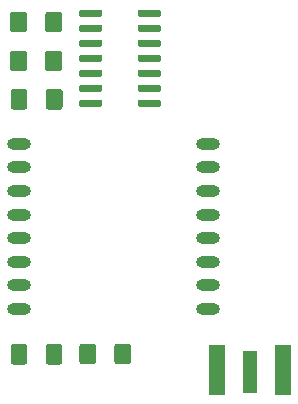
<source format=gbr>
G04 #@! TF.GenerationSoftware,KiCad,Pcbnew,5.1.5*
G04 #@! TF.CreationDate,2020-01-23T21:18:07+01:00*
G04 #@! TF.ProjectId,LORA_ATTINY84,4c4f5241-5f41-4545-9449-4e5938342e6b,rev?*
G04 #@! TF.SameCoordinates,Original*
G04 #@! TF.FileFunction,Paste,Top*
G04 #@! TF.FilePolarity,Positive*
%FSLAX46Y46*%
G04 Gerber Fmt 4.6, Leading zero omitted, Abs format (unit mm)*
G04 Created by KiCad (PCBNEW 5.1.5) date 2020-01-23 21:18:07*
%MOMM*%
%LPD*%
G04 APERTURE LIST*
%ADD10R,1.270000X3.600000*%
%ADD11R,1.350000X4.200000*%
%ADD12C,0.100000*%
%ADD13O,2.000000X1.000000*%
G04 APERTURE END LIST*
D10*
X88087200Y-77593800D03*
D11*
X90912200Y-77393800D03*
X85262200Y-77393800D03*
D12*
G36*
X71991204Y-75224604D02*
G01*
X72015473Y-75228204D01*
X72039271Y-75234165D01*
X72062371Y-75242430D01*
X72084549Y-75252920D01*
X72105593Y-75265533D01*
X72125298Y-75280147D01*
X72143477Y-75296623D01*
X72159953Y-75314802D01*
X72174567Y-75334507D01*
X72187180Y-75355551D01*
X72197670Y-75377729D01*
X72205935Y-75400829D01*
X72211896Y-75424627D01*
X72215496Y-75448896D01*
X72216700Y-75473400D01*
X72216700Y-76723400D01*
X72215496Y-76747904D01*
X72211896Y-76772173D01*
X72205935Y-76795971D01*
X72197670Y-76819071D01*
X72187180Y-76841249D01*
X72174567Y-76862293D01*
X72159953Y-76881998D01*
X72143477Y-76900177D01*
X72125298Y-76916653D01*
X72105593Y-76931267D01*
X72084549Y-76943880D01*
X72062371Y-76954370D01*
X72039271Y-76962635D01*
X72015473Y-76968596D01*
X71991204Y-76972196D01*
X71966700Y-76973400D01*
X71041700Y-76973400D01*
X71017196Y-76972196D01*
X70992927Y-76968596D01*
X70969129Y-76962635D01*
X70946029Y-76954370D01*
X70923851Y-76943880D01*
X70902807Y-76931267D01*
X70883102Y-76916653D01*
X70864923Y-76900177D01*
X70848447Y-76881998D01*
X70833833Y-76862293D01*
X70821220Y-76841249D01*
X70810730Y-76819071D01*
X70802465Y-76795971D01*
X70796504Y-76772173D01*
X70792904Y-76747904D01*
X70791700Y-76723400D01*
X70791700Y-75473400D01*
X70792904Y-75448896D01*
X70796504Y-75424627D01*
X70802465Y-75400829D01*
X70810730Y-75377729D01*
X70821220Y-75355551D01*
X70833833Y-75334507D01*
X70848447Y-75314802D01*
X70864923Y-75296623D01*
X70883102Y-75280147D01*
X70902807Y-75265533D01*
X70923851Y-75252920D01*
X70946029Y-75242430D01*
X70969129Y-75234165D01*
X70992927Y-75228204D01*
X71017196Y-75224604D01*
X71041700Y-75223400D01*
X71966700Y-75223400D01*
X71991204Y-75224604D01*
G37*
G36*
X69016204Y-75224604D02*
G01*
X69040473Y-75228204D01*
X69064271Y-75234165D01*
X69087371Y-75242430D01*
X69109549Y-75252920D01*
X69130593Y-75265533D01*
X69150298Y-75280147D01*
X69168477Y-75296623D01*
X69184953Y-75314802D01*
X69199567Y-75334507D01*
X69212180Y-75355551D01*
X69222670Y-75377729D01*
X69230935Y-75400829D01*
X69236896Y-75424627D01*
X69240496Y-75448896D01*
X69241700Y-75473400D01*
X69241700Y-76723400D01*
X69240496Y-76747904D01*
X69236896Y-76772173D01*
X69230935Y-76795971D01*
X69222670Y-76819071D01*
X69212180Y-76841249D01*
X69199567Y-76862293D01*
X69184953Y-76881998D01*
X69168477Y-76900177D01*
X69150298Y-76916653D01*
X69130593Y-76931267D01*
X69109549Y-76943880D01*
X69087371Y-76954370D01*
X69064271Y-76962635D01*
X69040473Y-76968596D01*
X69016204Y-76972196D01*
X68991700Y-76973400D01*
X68066700Y-76973400D01*
X68042196Y-76972196D01*
X68017927Y-76968596D01*
X67994129Y-76962635D01*
X67971029Y-76954370D01*
X67948851Y-76943880D01*
X67927807Y-76931267D01*
X67908102Y-76916653D01*
X67889923Y-76900177D01*
X67873447Y-76881998D01*
X67858833Y-76862293D01*
X67846220Y-76841249D01*
X67835730Y-76819071D01*
X67827465Y-76795971D01*
X67821504Y-76772173D01*
X67817904Y-76747904D01*
X67816700Y-76723400D01*
X67816700Y-75473400D01*
X67817904Y-75448896D01*
X67821504Y-75424627D01*
X67827465Y-75400829D01*
X67835730Y-75377729D01*
X67846220Y-75355551D01*
X67858833Y-75334507D01*
X67873447Y-75314802D01*
X67889923Y-75296623D01*
X67908102Y-75280147D01*
X67927807Y-75265533D01*
X67948851Y-75252920D01*
X67971029Y-75242430D01*
X67994129Y-75234165D01*
X68017927Y-75228204D01*
X68042196Y-75224604D01*
X68066700Y-75223400D01*
X68991700Y-75223400D01*
X69016204Y-75224604D01*
G37*
G36*
X74843904Y-75199204D02*
G01*
X74868173Y-75202804D01*
X74891971Y-75208765D01*
X74915071Y-75217030D01*
X74937249Y-75227520D01*
X74958293Y-75240133D01*
X74977998Y-75254747D01*
X74996177Y-75271223D01*
X75012653Y-75289402D01*
X75027267Y-75309107D01*
X75039880Y-75330151D01*
X75050370Y-75352329D01*
X75058635Y-75375429D01*
X75064596Y-75399227D01*
X75068196Y-75423496D01*
X75069400Y-75448000D01*
X75069400Y-76698000D01*
X75068196Y-76722504D01*
X75064596Y-76746773D01*
X75058635Y-76770571D01*
X75050370Y-76793671D01*
X75039880Y-76815849D01*
X75027267Y-76836893D01*
X75012653Y-76856598D01*
X74996177Y-76874777D01*
X74977998Y-76891253D01*
X74958293Y-76905867D01*
X74937249Y-76918480D01*
X74915071Y-76928970D01*
X74891971Y-76937235D01*
X74868173Y-76943196D01*
X74843904Y-76946796D01*
X74819400Y-76948000D01*
X73894400Y-76948000D01*
X73869896Y-76946796D01*
X73845627Y-76943196D01*
X73821829Y-76937235D01*
X73798729Y-76928970D01*
X73776551Y-76918480D01*
X73755507Y-76905867D01*
X73735802Y-76891253D01*
X73717623Y-76874777D01*
X73701147Y-76856598D01*
X73686533Y-76836893D01*
X73673920Y-76815849D01*
X73663430Y-76793671D01*
X73655165Y-76770571D01*
X73649204Y-76746773D01*
X73645604Y-76722504D01*
X73644400Y-76698000D01*
X73644400Y-75448000D01*
X73645604Y-75423496D01*
X73649204Y-75399227D01*
X73655165Y-75375429D01*
X73663430Y-75352329D01*
X73673920Y-75330151D01*
X73686533Y-75309107D01*
X73701147Y-75289402D01*
X73717623Y-75271223D01*
X73735802Y-75254747D01*
X73755507Y-75240133D01*
X73776551Y-75227520D01*
X73798729Y-75217030D01*
X73821829Y-75208765D01*
X73845627Y-75202804D01*
X73869896Y-75199204D01*
X73894400Y-75198000D01*
X74819400Y-75198000D01*
X74843904Y-75199204D01*
G37*
G36*
X77818904Y-75199204D02*
G01*
X77843173Y-75202804D01*
X77866971Y-75208765D01*
X77890071Y-75217030D01*
X77912249Y-75227520D01*
X77933293Y-75240133D01*
X77952998Y-75254747D01*
X77971177Y-75271223D01*
X77987653Y-75289402D01*
X78002267Y-75309107D01*
X78014880Y-75330151D01*
X78025370Y-75352329D01*
X78033635Y-75375429D01*
X78039596Y-75399227D01*
X78043196Y-75423496D01*
X78044400Y-75448000D01*
X78044400Y-76698000D01*
X78043196Y-76722504D01*
X78039596Y-76746773D01*
X78033635Y-76770571D01*
X78025370Y-76793671D01*
X78014880Y-76815849D01*
X78002267Y-76836893D01*
X77987653Y-76856598D01*
X77971177Y-76874777D01*
X77952998Y-76891253D01*
X77933293Y-76905867D01*
X77912249Y-76918480D01*
X77890071Y-76928970D01*
X77866971Y-76937235D01*
X77843173Y-76943196D01*
X77818904Y-76946796D01*
X77794400Y-76948000D01*
X76869400Y-76948000D01*
X76844896Y-76946796D01*
X76820627Y-76943196D01*
X76796829Y-76937235D01*
X76773729Y-76928970D01*
X76751551Y-76918480D01*
X76730507Y-76905867D01*
X76710802Y-76891253D01*
X76692623Y-76874777D01*
X76676147Y-76856598D01*
X76661533Y-76836893D01*
X76648920Y-76815849D01*
X76638430Y-76793671D01*
X76630165Y-76770571D01*
X76624204Y-76746773D01*
X76620604Y-76722504D01*
X76619400Y-76698000D01*
X76619400Y-75448000D01*
X76620604Y-75423496D01*
X76624204Y-75399227D01*
X76630165Y-75375429D01*
X76638430Y-75352329D01*
X76648920Y-75330151D01*
X76661533Y-75309107D01*
X76676147Y-75289402D01*
X76692623Y-75271223D01*
X76710802Y-75254747D01*
X76730507Y-75240133D01*
X76751551Y-75227520D01*
X76773729Y-75217030D01*
X76796829Y-75208765D01*
X76820627Y-75202804D01*
X76844896Y-75199204D01*
X76869400Y-75198000D01*
X77794400Y-75198000D01*
X77818904Y-75199204D01*
G37*
G36*
X69027304Y-53634604D02*
G01*
X69051573Y-53638204D01*
X69075371Y-53644165D01*
X69098471Y-53652430D01*
X69120649Y-53662920D01*
X69141693Y-53675533D01*
X69161398Y-53690147D01*
X69179577Y-53706623D01*
X69196053Y-53724802D01*
X69210667Y-53744507D01*
X69223280Y-53765551D01*
X69233770Y-53787729D01*
X69242035Y-53810829D01*
X69247996Y-53834627D01*
X69251596Y-53858896D01*
X69252800Y-53883400D01*
X69252800Y-55133400D01*
X69251596Y-55157904D01*
X69247996Y-55182173D01*
X69242035Y-55205971D01*
X69233770Y-55229071D01*
X69223280Y-55251249D01*
X69210667Y-55272293D01*
X69196053Y-55291998D01*
X69179577Y-55310177D01*
X69161398Y-55326653D01*
X69141693Y-55341267D01*
X69120649Y-55353880D01*
X69098471Y-55364370D01*
X69075371Y-55372635D01*
X69051573Y-55378596D01*
X69027304Y-55382196D01*
X69002800Y-55383400D01*
X68077800Y-55383400D01*
X68053296Y-55382196D01*
X68029027Y-55378596D01*
X68005229Y-55372635D01*
X67982129Y-55364370D01*
X67959951Y-55353880D01*
X67938907Y-55341267D01*
X67919202Y-55326653D01*
X67901023Y-55310177D01*
X67884547Y-55291998D01*
X67869933Y-55272293D01*
X67857320Y-55251249D01*
X67846830Y-55229071D01*
X67838565Y-55205971D01*
X67832604Y-55182173D01*
X67829004Y-55157904D01*
X67827800Y-55133400D01*
X67827800Y-53883400D01*
X67829004Y-53858896D01*
X67832604Y-53834627D01*
X67838565Y-53810829D01*
X67846830Y-53787729D01*
X67857320Y-53765551D01*
X67869933Y-53744507D01*
X67884547Y-53724802D01*
X67901023Y-53706623D01*
X67919202Y-53690147D01*
X67938907Y-53675533D01*
X67959951Y-53662920D01*
X67982129Y-53652430D01*
X68005229Y-53644165D01*
X68029027Y-53638204D01*
X68053296Y-53634604D01*
X68077800Y-53633400D01*
X69002800Y-53633400D01*
X69027304Y-53634604D01*
G37*
G36*
X72002304Y-53634604D02*
G01*
X72026573Y-53638204D01*
X72050371Y-53644165D01*
X72073471Y-53652430D01*
X72095649Y-53662920D01*
X72116693Y-53675533D01*
X72136398Y-53690147D01*
X72154577Y-53706623D01*
X72171053Y-53724802D01*
X72185667Y-53744507D01*
X72198280Y-53765551D01*
X72208770Y-53787729D01*
X72217035Y-53810829D01*
X72222996Y-53834627D01*
X72226596Y-53858896D01*
X72227800Y-53883400D01*
X72227800Y-55133400D01*
X72226596Y-55157904D01*
X72222996Y-55182173D01*
X72217035Y-55205971D01*
X72208770Y-55229071D01*
X72198280Y-55251249D01*
X72185667Y-55272293D01*
X72171053Y-55291998D01*
X72154577Y-55310177D01*
X72136398Y-55326653D01*
X72116693Y-55341267D01*
X72095649Y-55353880D01*
X72073471Y-55364370D01*
X72050371Y-55372635D01*
X72026573Y-55378596D01*
X72002304Y-55382196D01*
X71977800Y-55383400D01*
X71052800Y-55383400D01*
X71028296Y-55382196D01*
X71004027Y-55378596D01*
X70980229Y-55372635D01*
X70957129Y-55364370D01*
X70934951Y-55353880D01*
X70913907Y-55341267D01*
X70894202Y-55326653D01*
X70876023Y-55310177D01*
X70859547Y-55291998D01*
X70844933Y-55272293D01*
X70832320Y-55251249D01*
X70821830Y-55229071D01*
X70813565Y-55205971D01*
X70807604Y-55182173D01*
X70804004Y-55157904D01*
X70802800Y-55133400D01*
X70802800Y-53883400D01*
X70804004Y-53858896D01*
X70807604Y-53834627D01*
X70813565Y-53810829D01*
X70821830Y-53787729D01*
X70832320Y-53765551D01*
X70844933Y-53744507D01*
X70859547Y-53724802D01*
X70876023Y-53706623D01*
X70894202Y-53690147D01*
X70913907Y-53675533D01*
X70934951Y-53662920D01*
X70957129Y-53652430D01*
X70980229Y-53644165D01*
X71004027Y-53638204D01*
X71028296Y-53634604D01*
X71052800Y-53633400D01*
X71977800Y-53633400D01*
X72002304Y-53634604D01*
G37*
G36*
X68976504Y-50396104D02*
G01*
X69000773Y-50399704D01*
X69024571Y-50405665D01*
X69047671Y-50413930D01*
X69069849Y-50424420D01*
X69090893Y-50437033D01*
X69110598Y-50451647D01*
X69128777Y-50468123D01*
X69145253Y-50486302D01*
X69159867Y-50506007D01*
X69172480Y-50527051D01*
X69182970Y-50549229D01*
X69191235Y-50572329D01*
X69197196Y-50596127D01*
X69200796Y-50620396D01*
X69202000Y-50644900D01*
X69202000Y-51894900D01*
X69200796Y-51919404D01*
X69197196Y-51943673D01*
X69191235Y-51967471D01*
X69182970Y-51990571D01*
X69172480Y-52012749D01*
X69159867Y-52033793D01*
X69145253Y-52053498D01*
X69128777Y-52071677D01*
X69110598Y-52088153D01*
X69090893Y-52102767D01*
X69069849Y-52115380D01*
X69047671Y-52125870D01*
X69024571Y-52134135D01*
X69000773Y-52140096D01*
X68976504Y-52143696D01*
X68952000Y-52144900D01*
X68027000Y-52144900D01*
X68002496Y-52143696D01*
X67978227Y-52140096D01*
X67954429Y-52134135D01*
X67931329Y-52125870D01*
X67909151Y-52115380D01*
X67888107Y-52102767D01*
X67868402Y-52088153D01*
X67850223Y-52071677D01*
X67833747Y-52053498D01*
X67819133Y-52033793D01*
X67806520Y-52012749D01*
X67796030Y-51990571D01*
X67787765Y-51967471D01*
X67781804Y-51943673D01*
X67778204Y-51919404D01*
X67777000Y-51894900D01*
X67777000Y-50644900D01*
X67778204Y-50620396D01*
X67781804Y-50596127D01*
X67787765Y-50572329D01*
X67796030Y-50549229D01*
X67806520Y-50527051D01*
X67819133Y-50506007D01*
X67833747Y-50486302D01*
X67850223Y-50468123D01*
X67868402Y-50451647D01*
X67888107Y-50437033D01*
X67909151Y-50424420D01*
X67931329Y-50413930D01*
X67954429Y-50405665D01*
X67978227Y-50399704D01*
X68002496Y-50396104D01*
X68027000Y-50394900D01*
X68952000Y-50394900D01*
X68976504Y-50396104D01*
G37*
G36*
X71951504Y-50396104D02*
G01*
X71975773Y-50399704D01*
X71999571Y-50405665D01*
X72022671Y-50413930D01*
X72044849Y-50424420D01*
X72065893Y-50437033D01*
X72085598Y-50451647D01*
X72103777Y-50468123D01*
X72120253Y-50486302D01*
X72134867Y-50506007D01*
X72147480Y-50527051D01*
X72157970Y-50549229D01*
X72166235Y-50572329D01*
X72172196Y-50596127D01*
X72175796Y-50620396D01*
X72177000Y-50644900D01*
X72177000Y-51894900D01*
X72175796Y-51919404D01*
X72172196Y-51943673D01*
X72166235Y-51967471D01*
X72157970Y-51990571D01*
X72147480Y-52012749D01*
X72134867Y-52033793D01*
X72120253Y-52053498D01*
X72103777Y-52071677D01*
X72085598Y-52088153D01*
X72065893Y-52102767D01*
X72044849Y-52115380D01*
X72022671Y-52125870D01*
X71999571Y-52134135D01*
X71975773Y-52140096D01*
X71951504Y-52143696D01*
X71927000Y-52144900D01*
X71002000Y-52144900D01*
X70977496Y-52143696D01*
X70953227Y-52140096D01*
X70929429Y-52134135D01*
X70906329Y-52125870D01*
X70884151Y-52115380D01*
X70863107Y-52102767D01*
X70843402Y-52088153D01*
X70825223Y-52071677D01*
X70808747Y-52053498D01*
X70794133Y-52033793D01*
X70781520Y-52012749D01*
X70771030Y-51990571D01*
X70762765Y-51967471D01*
X70756804Y-51943673D01*
X70753204Y-51919404D01*
X70752000Y-51894900D01*
X70752000Y-50644900D01*
X70753204Y-50620396D01*
X70756804Y-50596127D01*
X70762765Y-50572329D01*
X70771030Y-50549229D01*
X70781520Y-50527051D01*
X70794133Y-50506007D01*
X70808747Y-50486302D01*
X70825223Y-50468123D01*
X70843402Y-50451647D01*
X70863107Y-50437033D01*
X70884151Y-50424420D01*
X70906329Y-50413930D01*
X70929429Y-50405665D01*
X70953227Y-50399704D01*
X70977496Y-50396104D01*
X71002000Y-50394900D01*
X71927000Y-50394900D01*
X71951504Y-50396104D01*
G37*
G36*
X71951504Y-47106804D02*
G01*
X71975773Y-47110404D01*
X71999571Y-47116365D01*
X72022671Y-47124630D01*
X72044849Y-47135120D01*
X72065893Y-47147733D01*
X72085598Y-47162347D01*
X72103777Y-47178823D01*
X72120253Y-47197002D01*
X72134867Y-47216707D01*
X72147480Y-47237751D01*
X72157970Y-47259929D01*
X72166235Y-47283029D01*
X72172196Y-47306827D01*
X72175796Y-47331096D01*
X72177000Y-47355600D01*
X72177000Y-48605600D01*
X72175796Y-48630104D01*
X72172196Y-48654373D01*
X72166235Y-48678171D01*
X72157970Y-48701271D01*
X72147480Y-48723449D01*
X72134867Y-48744493D01*
X72120253Y-48764198D01*
X72103777Y-48782377D01*
X72085598Y-48798853D01*
X72065893Y-48813467D01*
X72044849Y-48826080D01*
X72022671Y-48836570D01*
X71999571Y-48844835D01*
X71975773Y-48850796D01*
X71951504Y-48854396D01*
X71927000Y-48855600D01*
X71002000Y-48855600D01*
X70977496Y-48854396D01*
X70953227Y-48850796D01*
X70929429Y-48844835D01*
X70906329Y-48836570D01*
X70884151Y-48826080D01*
X70863107Y-48813467D01*
X70843402Y-48798853D01*
X70825223Y-48782377D01*
X70808747Y-48764198D01*
X70794133Y-48744493D01*
X70781520Y-48723449D01*
X70771030Y-48701271D01*
X70762765Y-48678171D01*
X70756804Y-48654373D01*
X70753204Y-48630104D01*
X70752000Y-48605600D01*
X70752000Y-47355600D01*
X70753204Y-47331096D01*
X70756804Y-47306827D01*
X70762765Y-47283029D01*
X70771030Y-47259929D01*
X70781520Y-47237751D01*
X70794133Y-47216707D01*
X70808747Y-47197002D01*
X70825223Y-47178823D01*
X70843402Y-47162347D01*
X70863107Y-47147733D01*
X70884151Y-47135120D01*
X70906329Y-47124630D01*
X70929429Y-47116365D01*
X70953227Y-47110404D01*
X70977496Y-47106804D01*
X71002000Y-47105600D01*
X71927000Y-47105600D01*
X71951504Y-47106804D01*
G37*
G36*
X68976504Y-47106804D02*
G01*
X69000773Y-47110404D01*
X69024571Y-47116365D01*
X69047671Y-47124630D01*
X69069849Y-47135120D01*
X69090893Y-47147733D01*
X69110598Y-47162347D01*
X69128777Y-47178823D01*
X69145253Y-47197002D01*
X69159867Y-47216707D01*
X69172480Y-47237751D01*
X69182970Y-47259929D01*
X69191235Y-47283029D01*
X69197196Y-47306827D01*
X69200796Y-47331096D01*
X69202000Y-47355600D01*
X69202000Y-48605600D01*
X69200796Y-48630104D01*
X69197196Y-48654373D01*
X69191235Y-48678171D01*
X69182970Y-48701271D01*
X69172480Y-48723449D01*
X69159867Y-48744493D01*
X69145253Y-48764198D01*
X69128777Y-48782377D01*
X69110598Y-48798853D01*
X69090893Y-48813467D01*
X69069849Y-48826080D01*
X69047671Y-48836570D01*
X69024571Y-48844835D01*
X69000773Y-48850796D01*
X68976504Y-48854396D01*
X68952000Y-48855600D01*
X68027000Y-48855600D01*
X68002496Y-48854396D01*
X67978227Y-48850796D01*
X67954429Y-48844835D01*
X67931329Y-48836570D01*
X67909151Y-48826080D01*
X67888107Y-48813467D01*
X67868402Y-48798853D01*
X67850223Y-48782377D01*
X67833747Y-48764198D01*
X67819133Y-48744493D01*
X67806520Y-48723449D01*
X67796030Y-48701271D01*
X67787765Y-48678171D01*
X67781804Y-48654373D01*
X67778204Y-48630104D01*
X67777000Y-48605600D01*
X67777000Y-47355600D01*
X67778204Y-47331096D01*
X67781804Y-47306827D01*
X67787765Y-47283029D01*
X67796030Y-47259929D01*
X67806520Y-47237751D01*
X67819133Y-47216707D01*
X67833747Y-47197002D01*
X67850223Y-47178823D01*
X67868402Y-47162347D01*
X67888107Y-47147733D01*
X67909151Y-47135120D01*
X67931329Y-47124630D01*
X67954429Y-47116365D01*
X67978227Y-47110404D01*
X68002496Y-47106804D01*
X68027000Y-47105600D01*
X68952000Y-47105600D01*
X68976504Y-47106804D01*
G37*
G36*
X75453703Y-54539322D02*
G01*
X75468264Y-54541482D01*
X75482543Y-54545059D01*
X75496403Y-54550018D01*
X75509710Y-54556312D01*
X75522336Y-54563880D01*
X75534159Y-54572648D01*
X75545066Y-54582534D01*
X75554952Y-54593441D01*
X75563720Y-54605264D01*
X75571288Y-54617890D01*
X75577582Y-54631197D01*
X75582541Y-54645057D01*
X75586118Y-54659336D01*
X75588278Y-54673897D01*
X75589000Y-54688600D01*
X75589000Y-54988600D01*
X75588278Y-55003303D01*
X75586118Y-55017864D01*
X75582541Y-55032143D01*
X75577582Y-55046003D01*
X75571288Y-55059310D01*
X75563720Y-55071936D01*
X75554952Y-55083759D01*
X75545066Y-55094666D01*
X75534159Y-55104552D01*
X75522336Y-55113320D01*
X75509710Y-55120888D01*
X75496403Y-55127182D01*
X75482543Y-55132141D01*
X75468264Y-55135718D01*
X75453703Y-55137878D01*
X75439000Y-55138600D01*
X73789000Y-55138600D01*
X73774297Y-55137878D01*
X73759736Y-55135718D01*
X73745457Y-55132141D01*
X73731597Y-55127182D01*
X73718290Y-55120888D01*
X73705664Y-55113320D01*
X73693841Y-55104552D01*
X73682934Y-55094666D01*
X73673048Y-55083759D01*
X73664280Y-55071936D01*
X73656712Y-55059310D01*
X73650418Y-55046003D01*
X73645459Y-55032143D01*
X73641882Y-55017864D01*
X73639722Y-55003303D01*
X73639000Y-54988600D01*
X73639000Y-54688600D01*
X73639722Y-54673897D01*
X73641882Y-54659336D01*
X73645459Y-54645057D01*
X73650418Y-54631197D01*
X73656712Y-54617890D01*
X73664280Y-54605264D01*
X73673048Y-54593441D01*
X73682934Y-54582534D01*
X73693841Y-54572648D01*
X73705664Y-54563880D01*
X73718290Y-54556312D01*
X73731597Y-54550018D01*
X73745457Y-54545059D01*
X73759736Y-54541482D01*
X73774297Y-54539322D01*
X73789000Y-54538600D01*
X75439000Y-54538600D01*
X75453703Y-54539322D01*
G37*
G36*
X75453703Y-53269322D02*
G01*
X75468264Y-53271482D01*
X75482543Y-53275059D01*
X75496403Y-53280018D01*
X75509710Y-53286312D01*
X75522336Y-53293880D01*
X75534159Y-53302648D01*
X75545066Y-53312534D01*
X75554952Y-53323441D01*
X75563720Y-53335264D01*
X75571288Y-53347890D01*
X75577582Y-53361197D01*
X75582541Y-53375057D01*
X75586118Y-53389336D01*
X75588278Y-53403897D01*
X75589000Y-53418600D01*
X75589000Y-53718600D01*
X75588278Y-53733303D01*
X75586118Y-53747864D01*
X75582541Y-53762143D01*
X75577582Y-53776003D01*
X75571288Y-53789310D01*
X75563720Y-53801936D01*
X75554952Y-53813759D01*
X75545066Y-53824666D01*
X75534159Y-53834552D01*
X75522336Y-53843320D01*
X75509710Y-53850888D01*
X75496403Y-53857182D01*
X75482543Y-53862141D01*
X75468264Y-53865718D01*
X75453703Y-53867878D01*
X75439000Y-53868600D01*
X73789000Y-53868600D01*
X73774297Y-53867878D01*
X73759736Y-53865718D01*
X73745457Y-53862141D01*
X73731597Y-53857182D01*
X73718290Y-53850888D01*
X73705664Y-53843320D01*
X73693841Y-53834552D01*
X73682934Y-53824666D01*
X73673048Y-53813759D01*
X73664280Y-53801936D01*
X73656712Y-53789310D01*
X73650418Y-53776003D01*
X73645459Y-53762143D01*
X73641882Y-53747864D01*
X73639722Y-53733303D01*
X73639000Y-53718600D01*
X73639000Y-53418600D01*
X73639722Y-53403897D01*
X73641882Y-53389336D01*
X73645459Y-53375057D01*
X73650418Y-53361197D01*
X73656712Y-53347890D01*
X73664280Y-53335264D01*
X73673048Y-53323441D01*
X73682934Y-53312534D01*
X73693841Y-53302648D01*
X73705664Y-53293880D01*
X73718290Y-53286312D01*
X73731597Y-53280018D01*
X73745457Y-53275059D01*
X73759736Y-53271482D01*
X73774297Y-53269322D01*
X73789000Y-53268600D01*
X75439000Y-53268600D01*
X75453703Y-53269322D01*
G37*
G36*
X75453703Y-51999322D02*
G01*
X75468264Y-52001482D01*
X75482543Y-52005059D01*
X75496403Y-52010018D01*
X75509710Y-52016312D01*
X75522336Y-52023880D01*
X75534159Y-52032648D01*
X75545066Y-52042534D01*
X75554952Y-52053441D01*
X75563720Y-52065264D01*
X75571288Y-52077890D01*
X75577582Y-52091197D01*
X75582541Y-52105057D01*
X75586118Y-52119336D01*
X75588278Y-52133897D01*
X75589000Y-52148600D01*
X75589000Y-52448600D01*
X75588278Y-52463303D01*
X75586118Y-52477864D01*
X75582541Y-52492143D01*
X75577582Y-52506003D01*
X75571288Y-52519310D01*
X75563720Y-52531936D01*
X75554952Y-52543759D01*
X75545066Y-52554666D01*
X75534159Y-52564552D01*
X75522336Y-52573320D01*
X75509710Y-52580888D01*
X75496403Y-52587182D01*
X75482543Y-52592141D01*
X75468264Y-52595718D01*
X75453703Y-52597878D01*
X75439000Y-52598600D01*
X73789000Y-52598600D01*
X73774297Y-52597878D01*
X73759736Y-52595718D01*
X73745457Y-52592141D01*
X73731597Y-52587182D01*
X73718290Y-52580888D01*
X73705664Y-52573320D01*
X73693841Y-52564552D01*
X73682934Y-52554666D01*
X73673048Y-52543759D01*
X73664280Y-52531936D01*
X73656712Y-52519310D01*
X73650418Y-52506003D01*
X73645459Y-52492143D01*
X73641882Y-52477864D01*
X73639722Y-52463303D01*
X73639000Y-52448600D01*
X73639000Y-52148600D01*
X73639722Y-52133897D01*
X73641882Y-52119336D01*
X73645459Y-52105057D01*
X73650418Y-52091197D01*
X73656712Y-52077890D01*
X73664280Y-52065264D01*
X73673048Y-52053441D01*
X73682934Y-52042534D01*
X73693841Y-52032648D01*
X73705664Y-52023880D01*
X73718290Y-52016312D01*
X73731597Y-52010018D01*
X73745457Y-52005059D01*
X73759736Y-52001482D01*
X73774297Y-51999322D01*
X73789000Y-51998600D01*
X75439000Y-51998600D01*
X75453703Y-51999322D01*
G37*
G36*
X75453703Y-50729322D02*
G01*
X75468264Y-50731482D01*
X75482543Y-50735059D01*
X75496403Y-50740018D01*
X75509710Y-50746312D01*
X75522336Y-50753880D01*
X75534159Y-50762648D01*
X75545066Y-50772534D01*
X75554952Y-50783441D01*
X75563720Y-50795264D01*
X75571288Y-50807890D01*
X75577582Y-50821197D01*
X75582541Y-50835057D01*
X75586118Y-50849336D01*
X75588278Y-50863897D01*
X75589000Y-50878600D01*
X75589000Y-51178600D01*
X75588278Y-51193303D01*
X75586118Y-51207864D01*
X75582541Y-51222143D01*
X75577582Y-51236003D01*
X75571288Y-51249310D01*
X75563720Y-51261936D01*
X75554952Y-51273759D01*
X75545066Y-51284666D01*
X75534159Y-51294552D01*
X75522336Y-51303320D01*
X75509710Y-51310888D01*
X75496403Y-51317182D01*
X75482543Y-51322141D01*
X75468264Y-51325718D01*
X75453703Y-51327878D01*
X75439000Y-51328600D01*
X73789000Y-51328600D01*
X73774297Y-51327878D01*
X73759736Y-51325718D01*
X73745457Y-51322141D01*
X73731597Y-51317182D01*
X73718290Y-51310888D01*
X73705664Y-51303320D01*
X73693841Y-51294552D01*
X73682934Y-51284666D01*
X73673048Y-51273759D01*
X73664280Y-51261936D01*
X73656712Y-51249310D01*
X73650418Y-51236003D01*
X73645459Y-51222143D01*
X73641882Y-51207864D01*
X73639722Y-51193303D01*
X73639000Y-51178600D01*
X73639000Y-50878600D01*
X73639722Y-50863897D01*
X73641882Y-50849336D01*
X73645459Y-50835057D01*
X73650418Y-50821197D01*
X73656712Y-50807890D01*
X73664280Y-50795264D01*
X73673048Y-50783441D01*
X73682934Y-50772534D01*
X73693841Y-50762648D01*
X73705664Y-50753880D01*
X73718290Y-50746312D01*
X73731597Y-50740018D01*
X73745457Y-50735059D01*
X73759736Y-50731482D01*
X73774297Y-50729322D01*
X73789000Y-50728600D01*
X75439000Y-50728600D01*
X75453703Y-50729322D01*
G37*
G36*
X75453703Y-49459322D02*
G01*
X75468264Y-49461482D01*
X75482543Y-49465059D01*
X75496403Y-49470018D01*
X75509710Y-49476312D01*
X75522336Y-49483880D01*
X75534159Y-49492648D01*
X75545066Y-49502534D01*
X75554952Y-49513441D01*
X75563720Y-49525264D01*
X75571288Y-49537890D01*
X75577582Y-49551197D01*
X75582541Y-49565057D01*
X75586118Y-49579336D01*
X75588278Y-49593897D01*
X75589000Y-49608600D01*
X75589000Y-49908600D01*
X75588278Y-49923303D01*
X75586118Y-49937864D01*
X75582541Y-49952143D01*
X75577582Y-49966003D01*
X75571288Y-49979310D01*
X75563720Y-49991936D01*
X75554952Y-50003759D01*
X75545066Y-50014666D01*
X75534159Y-50024552D01*
X75522336Y-50033320D01*
X75509710Y-50040888D01*
X75496403Y-50047182D01*
X75482543Y-50052141D01*
X75468264Y-50055718D01*
X75453703Y-50057878D01*
X75439000Y-50058600D01*
X73789000Y-50058600D01*
X73774297Y-50057878D01*
X73759736Y-50055718D01*
X73745457Y-50052141D01*
X73731597Y-50047182D01*
X73718290Y-50040888D01*
X73705664Y-50033320D01*
X73693841Y-50024552D01*
X73682934Y-50014666D01*
X73673048Y-50003759D01*
X73664280Y-49991936D01*
X73656712Y-49979310D01*
X73650418Y-49966003D01*
X73645459Y-49952143D01*
X73641882Y-49937864D01*
X73639722Y-49923303D01*
X73639000Y-49908600D01*
X73639000Y-49608600D01*
X73639722Y-49593897D01*
X73641882Y-49579336D01*
X73645459Y-49565057D01*
X73650418Y-49551197D01*
X73656712Y-49537890D01*
X73664280Y-49525264D01*
X73673048Y-49513441D01*
X73682934Y-49502534D01*
X73693841Y-49492648D01*
X73705664Y-49483880D01*
X73718290Y-49476312D01*
X73731597Y-49470018D01*
X73745457Y-49465059D01*
X73759736Y-49461482D01*
X73774297Y-49459322D01*
X73789000Y-49458600D01*
X75439000Y-49458600D01*
X75453703Y-49459322D01*
G37*
G36*
X75453703Y-48189322D02*
G01*
X75468264Y-48191482D01*
X75482543Y-48195059D01*
X75496403Y-48200018D01*
X75509710Y-48206312D01*
X75522336Y-48213880D01*
X75534159Y-48222648D01*
X75545066Y-48232534D01*
X75554952Y-48243441D01*
X75563720Y-48255264D01*
X75571288Y-48267890D01*
X75577582Y-48281197D01*
X75582541Y-48295057D01*
X75586118Y-48309336D01*
X75588278Y-48323897D01*
X75589000Y-48338600D01*
X75589000Y-48638600D01*
X75588278Y-48653303D01*
X75586118Y-48667864D01*
X75582541Y-48682143D01*
X75577582Y-48696003D01*
X75571288Y-48709310D01*
X75563720Y-48721936D01*
X75554952Y-48733759D01*
X75545066Y-48744666D01*
X75534159Y-48754552D01*
X75522336Y-48763320D01*
X75509710Y-48770888D01*
X75496403Y-48777182D01*
X75482543Y-48782141D01*
X75468264Y-48785718D01*
X75453703Y-48787878D01*
X75439000Y-48788600D01*
X73789000Y-48788600D01*
X73774297Y-48787878D01*
X73759736Y-48785718D01*
X73745457Y-48782141D01*
X73731597Y-48777182D01*
X73718290Y-48770888D01*
X73705664Y-48763320D01*
X73693841Y-48754552D01*
X73682934Y-48744666D01*
X73673048Y-48733759D01*
X73664280Y-48721936D01*
X73656712Y-48709310D01*
X73650418Y-48696003D01*
X73645459Y-48682143D01*
X73641882Y-48667864D01*
X73639722Y-48653303D01*
X73639000Y-48638600D01*
X73639000Y-48338600D01*
X73639722Y-48323897D01*
X73641882Y-48309336D01*
X73645459Y-48295057D01*
X73650418Y-48281197D01*
X73656712Y-48267890D01*
X73664280Y-48255264D01*
X73673048Y-48243441D01*
X73682934Y-48232534D01*
X73693841Y-48222648D01*
X73705664Y-48213880D01*
X73718290Y-48206312D01*
X73731597Y-48200018D01*
X73745457Y-48195059D01*
X73759736Y-48191482D01*
X73774297Y-48189322D01*
X73789000Y-48188600D01*
X75439000Y-48188600D01*
X75453703Y-48189322D01*
G37*
G36*
X75453703Y-46919322D02*
G01*
X75468264Y-46921482D01*
X75482543Y-46925059D01*
X75496403Y-46930018D01*
X75509710Y-46936312D01*
X75522336Y-46943880D01*
X75534159Y-46952648D01*
X75545066Y-46962534D01*
X75554952Y-46973441D01*
X75563720Y-46985264D01*
X75571288Y-46997890D01*
X75577582Y-47011197D01*
X75582541Y-47025057D01*
X75586118Y-47039336D01*
X75588278Y-47053897D01*
X75589000Y-47068600D01*
X75589000Y-47368600D01*
X75588278Y-47383303D01*
X75586118Y-47397864D01*
X75582541Y-47412143D01*
X75577582Y-47426003D01*
X75571288Y-47439310D01*
X75563720Y-47451936D01*
X75554952Y-47463759D01*
X75545066Y-47474666D01*
X75534159Y-47484552D01*
X75522336Y-47493320D01*
X75509710Y-47500888D01*
X75496403Y-47507182D01*
X75482543Y-47512141D01*
X75468264Y-47515718D01*
X75453703Y-47517878D01*
X75439000Y-47518600D01*
X73789000Y-47518600D01*
X73774297Y-47517878D01*
X73759736Y-47515718D01*
X73745457Y-47512141D01*
X73731597Y-47507182D01*
X73718290Y-47500888D01*
X73705664Y-47493320D01*
X73693841Y-47484552D01*
X73682934Y-47474666D01*
X73673048Y-47463759D01*
X73664280Y-47451936D01*
X73656712Y-47439310D01*
X73650418Y-47426003D01*
X73645459Y-47412143D01*
X73641882Y-47397864D01*
X73639722Y-47383303D01*
X73639000Y-47368600D01*
X73639000Y-47068600D01*
X73639722Y-47053897D01*
X73641882Y-47039336D01*
X73645459Y-47025057D01*
X73650418Y-47011197D01*
X73656712Y-46997890D01*
X73664280Y-46985264D01*
X73673048Y-46973441D01*
X73682934Y-46962534D01*
X73693841Y-46952648D01*
X73705664Y-46943880D01*
X73718290Y-46936312D01*
X73731597Y-46930018D01*
X73745457Y-46925059D01*
X73759736Y-46921482D01*
X73774297Y-46919322D01*
X73789000Y-46918600D01*
X75439000Y-46918600D01*
X75453703Y-46919322D01*
G37*
G36*
X80403703Y-46919322D02*
G01*
X80418264Y-46921482D01*
X80432543Y-46925059D01*
X80446403Y-46930018D01*
X80459710Y-46936312D01*
X80472336Y-46943880D01*
X80484159Y-46952648D01*
X80495066Y-46962534D01*
X80504952Y-46973441D01*
X80513720Y-46985264D01*
X80521288Y-46997890D01*
X80527582Y-47011197D01*
X80532541Y-47025057D01*
X80536118Y-47039336D01*
X80538278Y-47053897D01*
X80539000Y-47068600D01*
X80539000Y-47368600D01*
X80538278Y-47383303D01*
X80536118Y-47397864D01*
X80532541Y-47412143D01*
X80527582Y-47426003D01*
X80521288Y-47439310D01*
X80513720Y-47451936D01*
X80504952Y-47463759D01*
X80495066Y-47474666D01*
X80484159Y-47484552D01*
X80472336Y-47493320D01*
X80459710Y-47500888D01*
X80446403Y-47507182D01*
X80432543Y-47512141D01*
X80418264Y-47515718D01*
X80403703Y-47517878D01*
X80389000Y-47518600D01*
X78739000Y-47518600D01*
X78724297Y-47517878D01*
X78709736Y-47515718D01*
X78695457Y-47512141D01*
X78681597Y-47507182D01*
X78668290Y-47500888D01*
X78655664Y-47493320D01*
X78643841Y-47484552D01*
X78632934Y-47474666D01*
X78623048Y-47463759D01*
X78614280Y-47451936D01*
X78606712Y-47439310D01*
X78600418Y-47426003D01*
X78595459Y-47412143D01*
X78591882Y-47397864D01*
X78589722Y-47383303D01*
X78589000Y-47368600D01*
X78589000Y-47068600D01*
X78589722Y-47053897D01*
X78591882Y-47039336D01*
X78595459Y-47025057D01*
X78600418Y-47011197D01*
X78606712Y-46997890D01*
X78614280Y-46985264D01*
X78623048Y-46973441D01*
X78632934Y-46962534D01*
X78643841Y-46952648D01*
X78655664Y-46943880D01*
X78668290Y-46936312D01*
X78681597Y-46930018D01*
X78695457Y-46925059D01*
X78709736Y-46921482D01*
X78724297Y-46919322D01*
X78739000Y-46918600D01*
X80389000Y-46918600D01*
X80403703Y-46919322D01*
G37*
G36*
X80403703Y-48189322D02*
G01*
X80418264Y-48191482D01*
X80432543Y-48195059D01*
X80446403Y-48200018D01*
X80459710Y-48206312D01*
X80472336Y-48213880D01*
X80484159Y-48222648D01*
X80495066Y-48232534D01*
X80504952Y-48243441D01*
X80513720Y-48255264D01*
X80521288Y-48267890D01*
X80527582Y-48281197D01*
X80532541Y-48295057D01*
X80536118Y-48309336D01*
X80538278Y-48323897D01*
X80539000Y-48338600D01*
X80539000Y-48638600D01*
X80538278Y-48653303D01*
X80536118Y-48667864D01*
X80532541Y-48682143D01*
X80527582Y-48696003D01*
X80521288Y-48709310D01*
X80513720Y-48721936D01*
X80504952Y-48733759D01*
X80495066Y-48744666D01*
X80484159Y-48754552D01*
X80472336Y-48763320D01*
X80459710Y-48770888D01*
X80446403Y-48777182D01*
X80432543Y-48782141D01*
X80418264Y-48785718D01*
X80403703Y-48787878D01*
X80389000Y-48788600D01*
X78739000Y-48788600D01*
X78724297Y-48787878D01*
X78709736Y-48785718D01*
X78695457Y-48782141D01*
X78681597Y-48777182D01*
X78668290Y-48770888D01*
X78655664Y-48763320D01*
X78643841Y-48754552D01*
X78632934Y-48744666D01*
X78623048Y-48733759D01*
X78614280Y-48721936D01*
X78606712Y-48709310D01*
X78600418Y-48696003D01*
X78595459Y-48682143D01*
X78591882Y-48667864D01*
X78589722Y-48653303D01*
X78589000Y-48638600D01*
X78589000Y-48338600D01*
X78589722Y-48323897D01*
X78591882Y-48309336D01*
X78595459Y-48295057D01*
X78600418Y-48281197D01*
X78606712Y-48267890D01*
X78614280Y-48255264D01*
X78623048Y-48243441D01*
X78632934Y-48232534D01*
X78643841Y-48222648D01*
X78655664Y-48213880D01*
X78668290Y-48206312D01*
X78681597Y-48200018D01*
X78695457Y-48195059D01*
X78709736Y-48191482D01*
X78724297Y-48189322D01*
X78739000Y-48188600D01*
X80389000Y-48188600D01*
X80403703Y-48189322D01*
G37*
G36*
X80403703Y-49459322D02*
G01*
X80418264Y-49461482D01*
X80432543Y-49465059D01*
X80446403Y-49470018D01*
X80459710Y-49476312D01*
X80472336Y-49483880D01*
X80484159Y-49492648D01*
X80495066Y-49502534D01*
X80504952Y-49513441D01*
X80513720Y-49525264D01*
X80521288Y-49537890D01*
X80527582Y-49551197D01*
X80532541Y-49565057D01*
X80536118Y-49579336D01*
X80538278Y-49593897D01*
X80539000Y-49608600D01*
X80539000Y-49908600D01*
X80538278Y-49923303D01*
X80536118Y-49937864D01*
X80532541Y-49952143D01*
X80527582Y-49966003D01*
X80521288Y-49979310D01*
X80513720Y-49991936D01*
X80504952Y-50003759D01*
X80495066Y-50014666D01*
X80484159Y-50024552D01*
X80472336Y-50033320D01*
X80459710Y-50040888D01*
X80446403Y-50047182D01*
X80432543Y-50052141D01*
X80418264Y-50055718D01*
X80403703Y-50057878D01*
X80389000Y-50058600D01*
X78739000Y-50058600D01*
X78724297Y-50057878D01*
X78709736Y-50055718D01*
X78695457Y-50052141D01*
X78681597Y-50047182D01*
X78668290Y-50040888D01*
X78655664Y-50033320D01*
X78643841Y-50024552D01*
X78632934Y-50014666D01*
X78623048Y-50003759D01*
X78614280Y-49991936D01*
X78606712Y-49979310D01*
X78600418Y-49966003D01*
X78595459Y-49952143D01*
X78591882Y-49937864D01*
X78589722Y-49923303D01*
X78589000Y-49908600D01*
X78589000Y-49608600D01*
X78589722Y-49593897D01*
X78591882Y-49579336D01*
X78595459Y-49565057D01*
X78600418Y-49551197D01*
X78606712Y-49537890D01*
X78614280Y-49525264D01*
X78623048Y-49513441D01*
X78632934Y-49502534D01*
X78643841Y-49492648D01*
X78655664Y-49483880D01*
X78668290Y-49476312D01*
X78681597Y-49470018D01*
X78695457Y-49465059D01*
X78709736Y-49461482D01*
X78724297Y-49459322D01*
X78739000Y-49458600D01*
X80389000Y-49458600D01*
X80403703Y-49459322D01*
G37*
G36*
X80403703Y-50729322D02*
G01*
X80418264Y-50731482D01*
X80432543Y-50735059D01*
X80446403Y-50740018D01*
X80459710Y-50746312D01*
X80472336Y-50753880D01*
X80484159Y-50762648D01*
X80495066Y-50772534D01*
X80504952Y-50783441D01*
X80513720Y-50795264D01*
X80521288Y-50807890D01*
X80527582Y-50821197D01*
X80532541Y-50835057D01*
X80536118Y-50849336D01*
X80538278Y-50863897D01*
X80539000Y-50878600D01*
X80539000Y-51178600D01*
X80538278Y-51193303D01*
X80536118Y-51207864D01*
X80532541Y-51222143D01*
X80527582Y-51236003D01*
X80521288Y-51249310D01*
X80513720Y-51261936D01*
X80504952Y-51273759D01*
X80495066Y-51284666D01*
X80484159Y-51294552D01*
X80472336Y-51303320D01*
X80459710Y-51310888D01*
X80446403Y-51317182D01*
X80432543Y-51322141D01*
X80418264Y-51325718D01*
X80403703Y-51327878D01*
X80389000Y-51328600D01*
X78739000Y-51328600D01*
X78724297Y-51327878D01*
X78709736Y-51325718D01*
X78695457Y-51322141D01*
X78681597Y-51317182D01*
X78668290Y-51310888D01*
X78655664Y-51303320D01*
X78643841Y-51294552D01*
X78632934Y-51284666D01*
X78623048Y-51273759D01*
X78614280Y-51261936D01*
X78606712Y-51249310D01*
X78600418Y-51236003D01*
X78595459Y-51222143D01*
X78591882Y-51207864D01*
X78589722Y-51193303D01*
X78589000Y-51178600D01*
X78589000Y-50878600D01*
X78589722Y-50863897D01*
X78591882Y-50849336D01*
X78595459Y-50835057D01*
X78600418Y-50821197D01*
X78606712Y-50807890D01*
X78614280Y-50795264D01*
X78623048Y-50783441D01*
X78632934Y-50772534D01*
X78643841Y-50762648D01*
X78655664Y-50753880D01*
X78668290Y-50746312D01*
X78681597Y-50740018D01*
X78695457Y-50735059D01*
X78709736Y-50731482D01*
X78724297Y-50729322D01*
X78739000Y-50728600D01*
X80389000Y-50728600D01*
X80403703Y-50729322D01*
G37*
G36*
X80403703Y-51999322D02*
G01*
X80418264Y-52001482D01*
X80432543Y-52005059D01*
X80446403Y-52010018D01*
X80459710Y-52016312D01*
X80472336Y-52023880D01*
X80484159Y-52032648D01*
X80495066Y-52042534D01*
X80504952Y-52053441D01*
X80513720Y-52065264D01*
X80521288Y-52077890D01*
X80527582Y-52091197D01*
X80532541Y-52105057D01*
X80536118Y-52119336D01*
X80538278Y-52133897D01*
X80539000Y-52148600D01*
X80539000Y-52448600D01*
X80538278Y-52463303D01*
X80536118Y-52477864D01*
X80532541Y-52492143D01*
X80527582Y-52506003D01*
X80521288Y-52519310D01*
X80513720Y-52531936D01*
X80504952Y-52543759D01*
X80495066Y-52554666D01*
X80484159Y-52564552D01*
X80472336Y-52573320D01*
X80459710Y-52580888D01*
X80446403Y-52587182D01*
X80432543Y-52592141D01*
X80418264Y-52595718D01*
X80403703Y-52597878D01*
X80389000Y-52598600D01*
X78739000Y-52598600D01*
X78724297Y-52597878D01*
X78709736Y-52595718D01*
X78695457Y-52592141D01*
X78681597Y-52587182D01*
X78668290Y-52580888D01*
X78655664Y-52573320D01*
X78643841Y-52564552D01*
X78632934Y-52554666D01*
X78623048Y-52543759D01*
X78614280Y-52531936D01*
X78606712Y-52519310D01*
X78600418Y-52506003D01*
X78595459Y-52492143D01*
X78591882Y-52477864D01*
X78589722Y-52463303D01*
X78589000Y-52448600D01*
X78589000Y-52148600D01*
X78589722Y-52133897D01*
X78591882Y-52119336D01*
X78595459Y-52105057D01*
X78600418Y-52091197D01*
X78606712Y-52077890D01*
X78614280Y-52065264D01*
X78623048Y-52053441D01*
X78632934Y-52042534D01*
X78643841Y-52032648D01*
X78655664Y-52023880D01*
X78668290Y-52016312D01*
X78681597Y-52010018D01*
X78695457Y-52005059D01*
X78709736Y-52001482D01*
X78724297Y-51999322D01*
X78739000Y-51998600D01*
X80389000Y-51998600D01*
X80403703Y-51999322D01*
G37*
G36*
X80403703Y-53269322D02*
G01*
X80418264Y-53271482D01*
X80432543Y-53275059D01*
X80446403Y-53280018D01*
X80459710Y-53286312D01*
X80472336Y-53293880D01*
X80484159Y-53302648D01*
X80495066Y-53312534D01*
X80504952Y-53323441D01*
X80513720Y-53335264D01*
X80521288Y-53347890D01*
X80527582Y-53361197D01*
X80532541Y-53375057D01*
X80536118Y-53389336D01*
X80538278Y-53403897D01*
X80539000Y-53418600D01*
X80539000Y-53718600D01*
X80538278Y-53733303D01*
X80536118Y-53747864D01*
X80532541Y-53762143D01*
X80527582Y-53776003D01*
X80521288Y-53789310D01*
X80513720Y-53801936D01*
X80504952Y-53813759D01*
X80495066Y-53824666D01*
X80484159Y-53834552D01*
X80472336Y-53843320D01*
X80459710Y-53850888D01*
X80446403Y-53857182D01*
X80432543Y-53862141D01*
X80418264Y-53865718D01*
X80403703Y-53867878D01*
X80389000Y-53868600D01*
X78739000Y-53868600D01*
X78724297Y-53867878D01*
X78709736Y-53865718D01*
X78695457Y-53862141D01*
X78681597Y-53857182D01*
X78668290Y-53850888D01*
X78655664Y-53843320D01*
X78643841Y-53834552D01*
X78632934Y-53824666D01*
X78623048Y-53813759D01*
X78614280Y-53801936D01*
X78606712Y-53789310D01*
X78600418Y-53776003D01*
X78595459Y-53762143D01*
X78591882Y-53747864D01*
X78589722Y-53733303D01*
X78589000Y-53718600D01*
X78589000Y-53418600D01*
X78589722Y-53403897D01*
X78591882Y-53389336D01*
X78595459Y-53375057D01*
X78600418Y-53361197D01*
X78606712Y-53347890D01*
X78614280Y-53335264D01*
X78623048Y-53323441D01*
X78632934Y-53312534D01*
X78643841Y-53302648D01*
X78655664Y-53293880D01*
X78668290Y-53286312D01*
X78681597Y-53280018D01*
X78695457Y-53275059D01*
X78709736Y-53271482D01*
X78724297Y-53269322D01*
X78739000Y-53268600D01*
X80389000Y-53268600D01*
X80403703Y-53269322D01*
G37*
G36*
X80403703Y-54539322D02*
G01*
X80418264Y-54541482D01*
X80432543Y-54545059D01*
X80446403Y-54550018D01*
X80459710Y-54556312D01*
X80472336Y-54563880D01*
X80484159Y-54572648D01*
X80495066Y-54582534D01*
X80504952Y-54593441D01*
X80513720Y-54605264D01*
X80521288Y-54617890D01*
X80527582Y-54631197D01*
X80532541Y-54645057D01*
X80536118Y-54659336D01*
X80538278Y-54673897D01*
X80539000Y-54688600D01*
X80539000Y-54988600D01*
X80538278Y-55003303D01*
X80536118Y-55017864D01*
X80532541Y-55032143D01*
X80527582Y-55046003D01*
X80521288Y-55059310D01*
X80513720Y-55071936D01*
X80504952Y-55083759D01*
X80495066Y-55094666D01*
X80484159Y-55104552D01*
X80472336Y-55113320D01*
X80459710Y-55120888D01*
X80446403Y-55127182D01*
X80432543Y-55132141D01*
X80418264Y-55135718D01*
X80403703Y-55137878D01*
X80389000Y-55138600D01*
X78739000Y-55138600D01*
X78724297Y-55137878D01*
X78709736Y-55135718D01*
X78695457Y-55132141D01*
X78681597Y-55127182D01*
X78668290Y-55120888D01*
X78655664Y-55113320D01*
X78643841Y-55104552D01*
X78632934Y-55094666D01*
X78623048Y-55083759D01*
X78614280Y-55071936D01*
X78606712Y-55059310D01*
X78600418Y-55046003D01*
X78595459Y-55032143D01*
X78591882Y-55017864D01*
X78589722Y-55003303D01*
X78589000Y-54988600D01*
X78589000Y-54688600D01*
X78589722Y-54673897D01*
X78591882Y-54659336D01*
X78595459Y-54645057D01*
X78600418Y-54631197D01*
X78606712Y-54617890D01*
X78614280Y-54605264D01*
X78623048Y-54593441D01*
X78632934Y-54582534D01*
X78643841Y-54572648D01*
X78655664Y-54563880D01*
X78668290Y-54556312D01*
X78681597Y-54550018D01*
X78695457Y-54545059D01*
X78709736Y-54541482D01*
X78724297Y-54539322D01*
X78739000Y-54538600D01*
X80389000Y-54538600D01*
X80403703Y-54539322D01*
G37*
D13*
X84529200Y-58267600D03*
X84529200Y-60267600D03*
X84529200Y-62267600D03*
X84529200Y-64267600D03*
X84529200Y-66267600D03*
X84529200Y-68267600D03*
X84529200Y-70267600D03*
X84529200Y-72267600D03*
X68529200Y-72267600D03*
X68529200Y-70267600D03*
X68529200Y-68267600D03*
X68529200Y-66267600D03*
X68529200Y-64267600D03*
X68529200Y-62267600D03*
X68529200Y-60267600D03*
X68529200Y-58267600D03*
M02*

</source>
